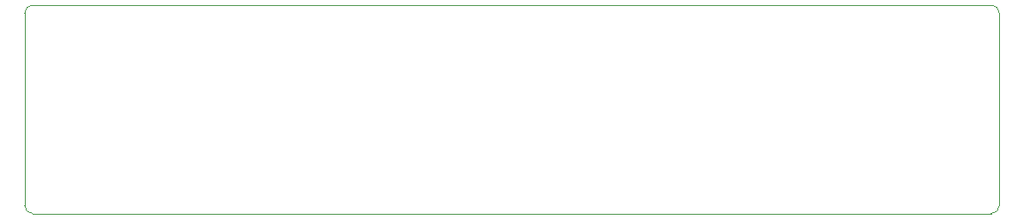
<source format=gm1>
%TF.GenerationSoftware,KiCad,Pcbnew,(5.1.10)-1*%
%TF.CreationDate,2021-09-25T16:03:37+01:00*%
%TF.ProjectId,piccolo-mini,70696363-6f6c-46f2-9d6d-696e692e6b69,rev?*%
%TF.SameCoordinates,Original*%
%TF.FileFunction,Profile,NP*%
%FSLAX46Y46*%
G04 Gerber Fmt 4.6, Leading zero omitted, Abs format (unit mm)*
G04 Created by KiCad (PCBNEW (5.1.10)-1) date 2021-09-25 16:03:37*
%MOMM*%
%LPD*%
G01*
G04 APERTURE LIST*
%TA.AperFunction,Profile*%
%ADD10C,0.050000*%
%TD*%
G04 APERTURE END LIST*
D10*
X134080250Y-79248000D02*
X134080250Y-98298000D01*
X134874000Y-99091750D02*
X229425500Y-99091750D01*
X229425500Y-78454250D02*
X134874000Y-78454250D01*
X230219250Y-98298000D02*
X230219250Y-79248000D01*
X230219250Y-98298000D02*
G75*
G02*
X229425500Y-99091750I-793750J0D01*
G01*
X229425500Y-78454250D02*
G75*
G02*
X230219250Y-79248000I0J-793750D01*
G01*
X134080250Y-79248000D02*
G75*
G02*
X134874000Y-78454250I793750J0D01*
G01*
X134874000Y-99091750D02*
G75*
G02*
X134080250Y-98298000I0J793750D01*
G01*
M02*

</source>
